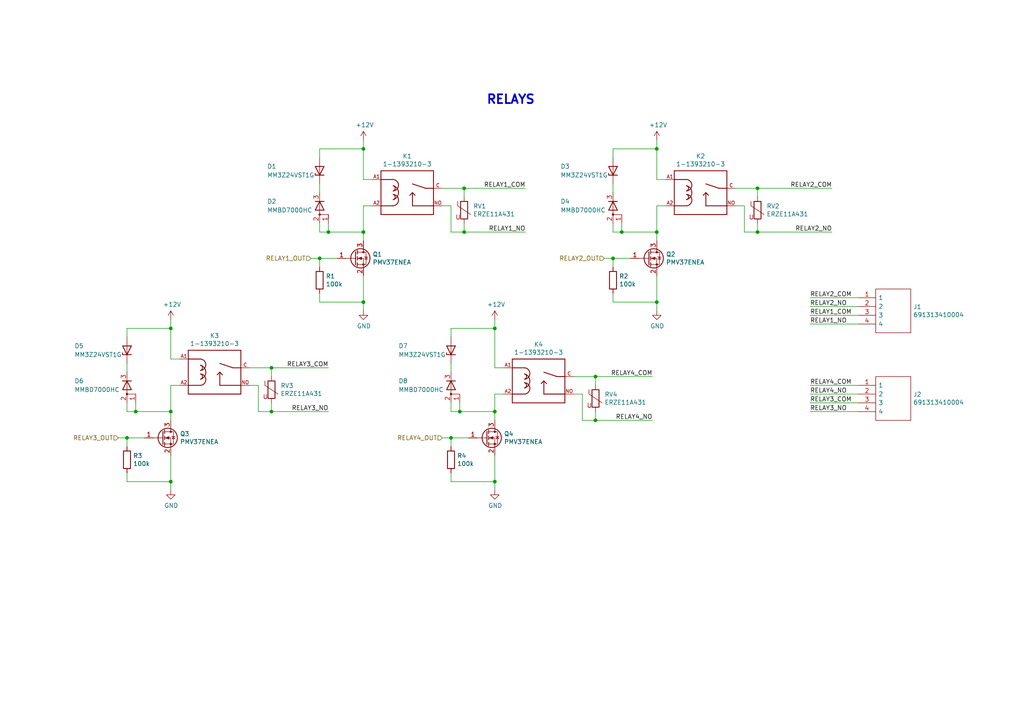
<source format=kicad_sch>
(kicad_sch (version 20211123) (generator eeschema)
  (paper "A4")
  (title_block (title "PRS Relays") (date "2023-02-20") (rev "1.0") (company "Deeply Embedded OÜ") (comment 1 "Designed by: Priit Tänav"))
  (lib_symbols
    (symbol "1-1393210-3:1-1393210-3" (pin_names (offset 1.016) hide)
      (property "Reference" "K" (at -7.6454 5.6134 0))
      (property "Value" "1-1393210-3" (at -7.6454 -10.1854 0))
      (symbol "1-1393210-3_0_0"
        (arc (start -4.064 -5.08) (mid -2.5351 -3.429) (end -4.064 -1.778) (stroke (width 0.254)))
        (arc (start -4.064 -3.302) (mid -3.497 -2.54) (end -4.064 -1.778) (stroke (width 0.254)))
        (arc (start -4.064 -3.302) (mid -2.5339 -1.27) (end -4.064 0.762) (stroke (width 0.254)))
        (arc (start -4.064 -0.762) (mid -3.497 0) (end -4.064 0.762) (stroke (width 0.254)))
        (arc (start -4.064 -0.762) (mid -2.5351 0.889) (end -4.064 2.54) (stroke (width 0.254)))
        (polyline (pts (xy -7.62 -7.62) (xy -7.62 -5.08)) (stroke (width 0.254)))
        (polyline (pts (xy -7.62 -5.08) (xy -7.62 2.54)) (stroke (width 0.254)))
        (polyline (pts (xy -7.62 -5.08) (xy -4.064 -5.08)) (stroke (width 0.254)))
        (polyline (pts (xy -7.62 2.54) (xy -7.62 5.08)) (stroke (width 0.254)))
        (polyline (pts (xy -7.62 2.54) (xy -4.064 2.54)) (stroke (width 0.254)))
        (polyline (pts (xy -7.62 5.08) (xy 7.62 5.08)) (stroke (width 0.254)))
        (polyline (pts (xy 1.524 -5.08) (xy 1.524 -1.27)) (stroke (width 0.254)))
        (polyline (pts (xy 1.524 -1.27) (xy 0.762 -2.032)) (stroke (width 0.254)))
        (polyline (pts (xy 1.524 -1.27) (xy 2.286 -2.032)) (stroke (width 0.254)))
        (polyline (pts (xy 5.334 0) (xy 1.524 1.27)) (stroke (width 0.254)))
        (polyline (pts (xy 7.62 -7.62) (xy -7.62 -7.62)) (stroke (width 0.254)))
        (polyline (pts (xy 7.62 -5.08) (xy 1.524 -5.08)) (stroke (width 0.254)))
        (polyline (pts (xy 7.62 -5.08) (xy 7.62 -7.62)) (stroke (width 0.254)))
        (polyline (pts (xy 7.62 0) (xy 5.334 0)) (stroke (width 0.254)))
        (polyline (pts (xy 7.62 0) (xy 7.62 -5.08)) (stroke (width 0.254)))
        (polyline (pts (xy 7.62 5.08) (xy 7.62 0)) (stroke (width 0.254)))
        (pin passive line (at -10.16 2.54 0) (length 2.54) (name "~") (number "A1"))
        (pin passive line (at -10.16 -5.08 0) (length 2.54) (name "~") (number "A2"))
        (pin passive line (at 10.16 0 180) (length 2.54) (name "~") (number "C"))
        (pin passive line (at 10.16 -5.08 180) (length 2.54) (name "~") (number "NO"))
      )
    )
    (symbol "691313410004:691313410004" (pin_names (offset 0.762))
      (property "Reference" "J" (at 16.51 7.62 0))
      (property "Value" "691313410004" (at 16.51 5.08 0))
      (symbol "691313410004_0_0"
        (pin passive line (at 0 0 0) (length 5.08) (name "1") (number "1"))
        (pin passive line (at 0 -2.54 0) (length 5.08) (name "2") (number "2"))
        (pin passive line (at 0 -5.08 0) (length 5.08) (name "3") (number "3"))
        (pin passive line (at 0 -7.62 0) (length 5.08) (name "4") (number "4"))
      )
      (symbol "691313410004_0_1"
        (polyline (pts (xy 5.08 2.54) (xy 15.24 2.54) (xy 15.24 -10.16) (xy 5.08 -10.16) (xy 5.08 2.54)) (stroke (width 0.1524)))
      )
    )
    (symbol "Device:D_AAK" (pin_names (offset 0) hide)
      (property "Reference" "D" (at 0 2.54 0))
      (property "Value" "D_AAK" (at 0 -2.54 0))
      (symbol "D_AAK_0_1"
        (polyline (pts (xy -1.27 1.27) (xy -1.27 -1.27)) (stroke (width 0.254)))
        (polyline (pts (xy 1.27 1.27) (xy 1.27 -1.27) (xy -1.27 0) (xy 1.27 1.27)) (stroke (width 0.254)))
        (polyline (pts (xy 3.81 2.54) (xy 2.54 2.54) (xy 2.54 0) (xy -1.27 0)))
        (circle (center 2.54 0) (radius 0.254) (fill (type outline)))
      )
      (symbol "D_AAK_1_1"
        (pin passive line (at 5.08 2.54 180) (length 2.54) (name "A") (number "1"))
        (pin passive line (at 5.08 0 180) (length 2.54) (name "A") (number "2"))
        (pin passive line (at -3.81 0 0) (length 2.54) (name "K") (number "3"))
      )
    )
    (symbol "Device:D_Zener" (pin_numbers hide) (pin_names (offset 1.016) hide)
      (property "Reference" "D" (at 0 2.54 0))
      (property "Value" "D_Zener" (at 0 -2.54 0))
      (symbol "D_Zener_0_1"
        (polyline (pts (xy 1.27 0) (xy -1.27 0)))
        (polyline (pts (xy -1.27 -1.27) (xy -1.27 1.27) (xy -0.762 1.27)) (stroke (width 0.254)))
        (polyline (pts (xy 1.27 -1.27) (xy 1.27 1.27) (xy -1.27 0) (xy 1.27 -1.27)) (stroke (width 0.254)))
      )
      (symbol "D_Zener_1_1"
        (pin passive line (at -3.81 0 0) (length 2.54) (name "K") (number "1"))
        (pin passive line (at 3.81 0 180) (length 2.54) (name "A") (number "2"))
      )
    )
    (symbol "Device:Q_NMOS_GSD" (pin_names (offset 0) hide)
      (property "Reference" "Q" (at 5.08 1.27 0))
      (property "Value" "Q_NMOS_GSD" (at 5.08 -1.27 0))
      (symbol "Q_NMOS_GSD_0_1"
        (polyline (pts (xy 0.254 0) (xy -2.54 0)))
        (polyline (pts (xy 0.254 1.905) (xy 0.254 -1.905)) (stroke (width 0.254)))
        (polyline (pts (xy 0.762 -1.27) (xy 0.762 -2.286)) (stroke (width 0.254)))
        (polyline (pts (xy 0.762 0.508) (xy 0.762 -0.508)) (stroke (width 0.254)))
        (polyline (pts (xy 0.762 2.286) (xy 0.762 1.27)) (stroke (width 0.254)))
        (polyline (pts (xy 2.54 2.54) (xy 2.54 1.778)))
        (polyline (pts (xy 2.54 -2.54) (xy 2.54 0) (xy 0.762 0)))
        (polyline (pts (xy 0.762 -1.778) (xy 3.302 -1.778) (xy 3.302 1.778) (xy 0.762 1.778)))
        (polyline (pts (xy 1.016 0) (xy 2.032 0.381) (xy 2.032 -0.381) (xy 1.016 0)) (fill (type outline)))
        (polyline (pts (xy 2.794 0.508) (xy 2.921 0.381) (xy 3.683 0.381) (xy 3.81 0.254)))
        (polyline (pts (xy 3.302 0.381) (xy 2.921 -0.254) (xy 3.683 -0.254) (xy 3.302 0.381)))
        (circle (center 1.651 0) (radius 2.794) (stroke (width 0.254)))
        (circle (center 2.54 -1.778) (radius 0.254) (fill (type outline)))
        (circle (center 2.54 1.778) (radius 0.254) (fill (type outline)))
      )
      (symbol "Q_NMOS_GSD_1_1"
        (pin input line (at -5.08 0 0) (length 2.54) (name "G") (number "1"))
        (pin passive line (at 2.54 -5.08 90) (length 2.54) (name "S") (number "2"))
        (pin passive line (at 2.54 5.08 270) (length 2.54) (name "D") (number "3"))
      )
    )
    (symbol "Device:R" (pin_numbers hide) (pin_names (offset 0))
      (property "Reference" "R" (at 2.032 0 90))
      (property "Value" "R" (at 0 0 90))
      (symbol "R_0_1"
        (rectangle (start -1.016 -2.54) (end 1.016 2.54) (stroke (width 0.254)))
      )
      (symbol "R_1_1"
        (pin passive line (at 0 3.81 270) (length 1.27) (name "~") (number "1"))
        (pin passive line (at 0 -3.81 90) (length 1.27) (name "~") (number "2"))
      )
    )
    (symbol "Device:Varistor" (pin_numbers hide) (pin_names (offset 0))
      (property "Reference" "RV" (at 3.175 0 90))
      (property "Value" "Varistor" (at -3.175 0 90))
      (symbol "Varistor_0_0"
        (text "U" (at -1.778 -2.032 0) (effects (font (size 1.27 1.27))))
      )
      (symbol "Varistor_0_1"
        (rectangle (start -1.016 -2.54) (end 1.016 2.54) (stroke (width 0.254)))
        (polyline (pts (xy -1.905 2.54) (xy -1.905 1.27) (xy 1.905 -1.27)))
      )
      (symbol "Varistor_1_1"
        (pin passive line (at 0 3.81 270) (length 1.27) (name "~") (number "1"))
        (pin passive line (at 0 -3.81 90) (length 1.27) (name "~") (number "2"))
      )
    )
    (symbol "power:+12V" (power) (pin_names (offset 0))
      (property "Value" "+12V" (at 0 3.556 0))
      (symbol "+12V_0_1"
        (polyline (pts (xy -0.762 1.27) (xy 0 2.54)))
        (polyline (pts (xy 0 0) (xy 0 2.54)))
        (polyline (pts (xy 0 2.54) (xy 0.762 1.27)))
      )
      (symbol "+12V_1_1"
        (pin power_in line (at 0 0 90) (length 0) hide (name "+12V") (number "1"))
      )
    )
    (symbol "power:GND" (power) (pin_names (offset 0))
      (property "Value" "GND" (at 0 -3.81 0))
      (symbol "GND_0_1"
        (polyline (pts (xy 0 0) (xy 0 -1.27) (xy 1.27 -1.27) (xy 0 -2.54) (xy -1.27 -1.27) (xy 0 -1.27)))
      )
      (symbol "GND_1_1"
        (pin power_in line (at 0 0 270) (length 0) hide (name "GND") (number "1"))
      )
    )
  )
  (junction (at 219.71 67.31))
  (junction (at 177.8 74.93))
  (junction (at 190.5 87.63))
  (junction (at 143.51 139.7))
  (junction (at 180.34 67.31))
  (junction (at 130.81 127))
  (junction (at 49.53 95.25))
  (junction (at 134.62 54.61))
  (junction (at 49.53 139.7))
  (junction (at 134.62 67.31))
  (junction (at 219.71 54.61))
  (junction (at 78.74 106.68))
  (junction (at 92.71 74.93))
  (junction (at 95.25 67.31))
  (junction (at 105.41 43.18))
  (junction (at 172.72 121.92))
  (junction (at 105.41 67.31))
  (junction (at 190.5 67.31))
  (junction (at 143.51 95.25))
  (junction (at 49.53 119.38))
  (junction (at 143.51 119.38))
  (junction (at 36.83 127))
  (junction (at 78.74 119.38))
  (junction (at 190.5 43.18))
  (junction (at 172.72 109.22))
  (junction (at 39.37 119.38))
  (junction (at 105.41 87.63))
  (junction (at 133.35 119.38))
  (wire (pts (xy 177.8 87.63) (xy 190.5 87.63)))
  (wire (pts (xy 36.83 95.25) (xy 49.53 95.25)))
  (wire (pts (xy 49.53 111.76) (xy 52.07 111.76)))
  (wire (pts (xy 130.81 95.25) (xy 143.51 95.25)))
  (wire (pts (xy 248.92 91.44) (xy 234.95 91.44)))
  (wire (pts (xy 143.51 119.38) (xy 133.35 119.38)))
  (wire (pts (xy 177.8 74.93) (xy 175.26 74.93)))
  (wire (pts (xy 177.8 55.88) (xy 177.8 53.34)))
  (wire (pts (xy 190.5 52.07) (xy 193.04 52.07)))
  (wire (pts (xy 190.5 59.69) (xy 190.5 67.31)))
  (wire (pts (xy 143.51 95.25) (xy 143.51 92.71)))
  (wire (pts (xy 72.39 111.76) (xy 74.93 111.76)))
  (wire (pts (xy 36.83 139.7) (xy 49.53 139.7)))
  (wire (pts (xy 130.81 67.31) (xy 130.81 59.69)))
  (wire (pts (xy 36.83 107.95) (xy 36.83 105.41)))
  (wire (pts (xy 133.35 116.84) (xy 133.35 119.38)))
  (wire (pts (xy 219.71 67.31) (xy 219.71 64.77)))
  (wire (pts (xy 74.93 111.76) (xy 74.93 119.38)))
  (wire (pts (xy 215.9 67.31) (xy 219.71 67.31)))
  (wire (pts (xy 177.8 43.18) (xy 177.8 45.72)))
  (wire (pts (xy 234.95 116.84) (xy 248.92 116.84)))
  (wire (pts (xy 177.8 67.31) (xy 180.34 67.31)))
  (wire (pts (xy 234.95 88.9) (xy 248.92 88.9)))
  (wire (pts (xy 36.83 95.25) (xy 36.83 97.79)))
  (wire (pts (xy 130.81 127) (xy 130.81 129.54)))
  (wire (pts (xy 105.41 40.64) (xy 105.41 43.18)))
  (wire (pts (xy 134.62 64.77) (xy 134.62 67.31)))
  (wire (pts (xy 172.72 109.22) (xy 172.72 111.76)))
  (wire (pts (xy 143.51 106.68) (xy 146.05 106.68)))
  (wire (pts (xy 92.71 67.31) (xy 92.71 64.77)))
  (wire (pts (xy 177.8 43.18) (xy 190.5 43.18)))
  (wire (pts (xy 219.71 54.61) (xy 213.36 54.61)))
  (wire (pts (xy 36.83 127) (xy 36.83 129.54)))
  (wire (pts (xy 172.72 121.92) (xy 172.72 119.38)))
  (wire (pts (xy 134.62 57.15) (xy 134.62 54.61)))
  (wire (pts (xy 190.5 43.18) (xy 190.5 40.64)))
  (wire (pts (xy 172.72 121.92) (xy 189.23 121.92)))
  (wire (pts (xy 105.41 67.31) (xy 105.41 69.85)))
  (wire (pts (xy 92.71 55.88) (xy 92.71 53.34)))
  (wire (pts (xy 219.71 54.61) (xy 241.3 54.61)))
  (wire (pts (xy 172.72 109.22) (xy 189.23 109.22)))
  (wire (pts (xy 95.25 67.31) (xy 92.71 67.31)))
  (wire (pts (xy 219.71 57.15) (xy 219.71 54.61)))
  (wire (pts (xy 130.81 95.25) (xy 130.81 97.79)))
  (wire (pts (xy 39.37 116.84) (xy 39.37 119.38)))
  (wire (pts (xy 190.5 87.63) (xy 190.5 90.17)))
  (wire (pts (xy 78.74 106.68) (xy 95.25 106.68)))
  (wire (pts (xy 97.79 74.93) (xy 92.71 74.93)))
  (wire (pts (xy 234.95 114.3) (xy 248.92 114.3)))
  (wire (pts (xy 143.51 132.08) (xy 143.51 139.7)))
  (wire (pts (xy 177.8 74.93) (xy 177.8 77.47)))
  (wire (pts (xy 143.51 95.25) (xy 143.51 106.68)))
  (wire (pts (xy 177.8 67.31) (xy 177.8 64.77)))
  (wire (pts (xy 92.71 43.18) (xy 92.71 45.72)))
  (wire (pts (xy 49.53 111.76) (xy 49.53 119.38)))
  (wire (pts (xy 130.81 119.38) (xy 130.81 116.84)))
  (wire (pts (xy 248.92 93.98) (xy 234.95 93.98)))
  (wire (pts (xy 168.91 121.92) (xy 172.72 121.92)))
  (wire (pts (xy 133.35 119.38) (xy 130.81 119.38)))
  (wire (pts (xy 105.41 80.01) (xy 105.41 87.63)))
  (wire (pts (xy 143.51 114.3) (xy 146.05 114.3)))
  (wire (pts (xy 180.34 64.77) (xy 180.34 67.31)))
  (wire (pts (xy 49.53 95.25) (xy 49.53 92.71)))
  (wire (pts (xy 128.27 127) (xy 130.81 127)))
  (wire (pts (xy 92.71 87.63) (xy 105.41 87.63)))
  (wire (pts (xy 49.53 139.7) (xy 49.53 142.24)))
  (wire (pts (xy 234.95 119.38) (xy 248.92 119.38)))
  (wire (pts (xy 190.5 43.18) (xy 190.5 52.07)))
  (wire (pts (xy 177.8 85.09) (xy 177.8 87.63)))
  (wire (pts (xy 49.53 132.08) (xy 49.53 139.7)))
  (wire (pts (xy 190.5 87.63) (xy 190.5 80.01)))
  (wire (pts (xy 105.41 67.31) (xy 95.25 67.31)))
  (wire (pts (xy 78.74 119.38) (xy 95.25 119.38)))
  (wire (pts (xy 72.39 106.68) (xy 78.74 106.68)))
  (wire (pts (xy 130.81 139.7) (xy 143.51 139.7)))
  (wire (pts (xy 130.81 67.31) (xy 134.62 67.31)))
  (wire (pts (xy 143.51 114.3) (xy 143.51 119.38)))
  (wire (pts (xy 49.53 119.38) (xy 39.37 119.38)))
  (wire (pts (xy 78.74 119.38) (xy 78.74 116.84)))
  (wire (pts (xy 128.27 54.61) (xy 134.62 54.61)))
  (wire (pts (xy 36.83 119.38) (xy 36.83 116.84)))
  (wire (pts (xy 134.62 54.61) (xy 152.4 54.61)))
  (wire (pts (xy 234.95 111.76) (xy 248.92 111.76)))
  (wire (pts (xy 39.37 119.38) (xy 36.83 119.38)))
  (wire (pts (xy 143.51 139.7) (xy 143.51 142.24)))
  (wire (pts (xy 190.5 67.31) (xy 190.5 69.85)))
  (wire (pts (xy 166.37 114.3) (xy 168.91 114.3)))
  (wire (pts (xy 180.34 67.31) (xy 190.5 67.31)))
  (wire (pts (xy 105.41 52.07) (xy 105.41 43.18)))
  (wire (pts (xy 92.71 85.09) (xy 92.71 87.63)))
  (wire (pts (xy 213.36 59.69) (xy 215.9 59.69)))
  (wire (pts (xy 135.89 127) (xy 130.81 127)))
  (wire (pts (xy 143.51 119.38) (xy 143.51 121.92)))
  (wire (pts (xy 130.81 59.69) (xy 128.27 59.69)))
  (wire (pts (xy 105.41 59.69) (xy 105.41 67.31)))
  (wire (pts (xy 234.95 86.36) (xy 248.92 86.36)))
  (wire (pts (xy 74.93 119.38) (xy 78.74 119.38)))
  (wire (pts (xy 41.91 127) (xy 36.83 127)))
  (wire (pts (xy 95.25 64.77) (xy 95.25 67.31)))
  (wire (pts (xy 134.62 67.31) (xy 152.4 67.31)))
  (wire (pts (xy 36.83 137.16) (xy 36.83 139.7)))
  (wire (pts (xy 168.91 114.3) (xy 168.91 121.92)))
  (wire (pts (xy 166.37 109.22) (xy 172.72 109.22)))
  (wire (pts (xy 92.71 74.93) (xy 90.17 74.93)))
  (wire (pts (xy 219.71 67.31) (xy 241.3 67.31)))
  (wire (pts (xy 49.53 121.92) (xy 49.53 119.38)))
  (wire (pts (xy 49.53 95.25) (xy 49.53 104.14)))
  (wire (pts (xy 78.74 106.68) (xy 78.74 109.22)))
  (wire (pts (xy 107.95 52.07) (xy 105.41 52.07)))
  (wire (pts (xy 49.53 104.14) (xy 52.07 104.14)))
  (wire (pts (xy 105.41 87.63) (xy 105.41 90.17)))
  (wire (pts (xy 215.9 59.69) (xy 215.9 67.31)))
  (wire (pts (xy 34.29 127) (xy 36.83 127)))
  (wire (pts (xy 107.95 59.69) (xy 105.41 59.69)))
  (wire (pts (xy 92.71 43.18) (xy 105.41 43.18)))
  (wire (pts (xy 130.81 107.95) (xy 130.81 105.41)))
  (wire (pts (xy 130.81 137.16) (xy 130.81 139.7)))
  (wire (pts (xy 190.5 59.69) (xy 193.04 59.69)))
  (wire (pts (xy 92.71 74.93) (xy 92.71 77.47)))
  (wire (pts (xy 177.8 74.93) (xy 182.88 74.93)))
  (text "RELAYS" (at 140.97 30.48 0) (effects (font (size 2.54 2.54) (thickness 0.508) bold) (justify left bottom)))
  (label "RELAY2_COM" (at 234.95 86.36 0))
  (label "RELAY4_NO" (at 234.95 114.3 0))
  (label "RELAY4_NO" (at 189.23 121.92 180))
  (label "RELAY1_NO" (at 234.95 93.98 0))
  (label "RELAY3_NO" (at 95.25 119.38 180))
  (label "RELAY3_NO" (at 234.95 119.38 0))
  (label "RELAY3_COM" (at 95.25 106.68 180))
  (label "RELAY4_COM" (at 189.23 109.22 180))
  (label "RELAY4_COM" (at 234.95 111.76 0))
  (label "RELAY1_COM" (at 152.4 54.61 180))
  (label "RELAY1_NO" (at 152.4 67.31 180))
  (label "RELAY2_NO" (at 241.3 67.31 180))
  (label "RELAY2_NO" (at 234.95 88.9 0))
  (label "RELAY1_COM" (at 234.95 91.44 0))
  (label "RELAY2_COM" (at 241.3 54.61 180))
  (label "RELAY3_COM" (at 234.95 116.84 0))
  (hierarchical_label "RELAY2_OUT" (shape input) (at 175.26 74.93 180))
  (hierarchical_label "RELAY4_OUT" (shape input) (at 128.27 127 180))
  (hierarchical_label "RELAY3_OUT" (shape input) (at 34.29 127 180))
  (hierarchical_label "RELAY1_OUT" (shape input) (at 90.17 74.93 180))
  (symbol (lib_id "Device:Q_NMOS_GSD") (at 140.97 127 0) (unit 1)
    (property "Reference" "Q4" (at 146.177 125.8316 0) (effects (justify left)))
    (property "Value" "PMV37ENEA" (at 146.177 128.143 0) (effects (justify left)))
    (property "Footprint" "Package_TO_SOT_SMD:SOT-23_Handsoldering" (effects hide))
  )
  (symbol (lib_id "Device:Q_NMOS_GSD") (at 46.99 127 0) (unit 1)
    (property "Reference" "Q3" (at 52.197 125.8316 0) (effects (justify left)))
    (property "Value" "PMV37ENEA" (at 52.197 128.143 0) (effects (justify left)))
    (property "Footprint" "Package_TO_SOT_SMD:SOT-23_Handsoldering" (effects hide))
  )
  (symbol (lib_id "Device:Q_NMOS_GSD") (at 102.87 74.93 0) (unit 1)
    (property "Reference" "Q1" (at 108.077 73.7616 0) (effects (justify left)))
    (property "Value" "PMV37ENEA" (at 108.077 76.073 0) (effects (justify left)))
    (property "Footprint" "Package_TO_SOT_SMD:SOT-23_Handsoldering" (effects hide))
  )
  (symbol (lib_id "Device:Q_NMOS_GSD") (at 187.96 74.93 0) (unit 1)
    (property "Reference" "Q2" (at 193.167 73.7616 0) (effects (justify left)))
    (property "Value" "PMV37ENEA" (at 193.167 76.073 0) (effects (justify left)))
    (property "Footprint" "Package_TO_SOT_SMD:SOT-23_Handsoldering" (effects hide))
  )
  (symbol (lib_id "Device:R") (at 177.8 81.28 0) (unit 1)
    (property "Reference" "R2" (at 179.578 80.1116 0) (effects (justify left)))
    (property "Value" "100k" (at 179.578 82.423 0) (effects (justify left)))
    (property "Footprint" "Resistor_SMD:R_0603_1608Metric_Pad0.98x0.95mm_HandSolder" (effects hide))
    (property "Description" "RES 100k 5% 100mW 0603" (effects hide))
  )
  (symbol (lib_id "power:GND") (at 190.5 90.17 0) (unit 1)
    (property "Reference" "#PWR08" (effects hide))
    (property "Value" "GND" (at 190.627 94.5642 0))
  )
  (symbol (lib_id "Device:R") (at 130.81 133.35 0) (unit 1)
    (property "Reference" "R4" (at 132.588 132.1816 0) (effects (justify left)))
    (property "Value" "100k" (at 132.588 134.493 0) (effects (justify left)))
    (property "Footprint" "Resistor_SMD:R_0603_1608Metric_Pad0.98x0.95mm_HandSolder" (effects hide))
    (property "Description" "RES 100k 5% 100mW 0603" (effects hide))
  )
  (symbol (lib_id "Device:R") (at 92.71 81.28 0) (unit 1)
    (property "Reference" "R1" (at 94.488 80.1116 0) (effects (justify left)))
    (property "Value" "100k" (at 94.488 82.423 0) (effects (justify left)))
    (property "Footprint" "Resistor_SMD:R_0603_1608Metric_Pad0.98x0.95mm_HandSolder" (effects hide))
    (property "Description" "RES 100k 5% 100mW 0603" (effects hide))
  )
  (symbol (lib_id "Device:R") (at 36.83 133.35 0) (unit 1)
    (property "Reference" "R3" (at 38.608 132.1816 0) (effects (justify left)))
    (property "Value" "100k" (at 38.608 134.493 0) (effects (justify left)))
    (property "Footprint" "Resistor_SMD:R_0603_1608Metric_Pad0.98x0.95mm_HandSolder" (effects hide))
    (property "Description" "RES 100k 5% 100mW 0603" (effects hide))
  )
  (symbol (lib_id "power:GND") (at 143.51 142.24 0) (unit 1)
    (property "Reference" "#PWR06" (effects hide))
    (property "Value" "GND" (at 143.637 146.6342 0))
  )
  (symbol (lib_id "power:GND") (at 49.53 142.24 0) (unit 1)
    (property "Reference" "#PWR02" (effects hide))
    (property "Value" "GND" (at 49.657 146.6342 0))
  )
  (symbol (lib_id "power:GND") (at 105.41 90.17 0) (unit 1)
    (property "Reference" "#PWR04" (effects hide))
    (property "Value" "GND" (at 105.537 94.5642 0))
  )
  (symbol (lib_id "Device:D_AAK") (at 177.8 59.69 270) (unit 1)
    (property "Reference" "D4" (at 162.56 58.42 90) (effects (justify left)))
    (property "Value" "MMBD7000HC" (at 162.56 60.96 90) (effects (justify left)))
    (property "Footprint" "Package_TO_SOT_SMD:SOT-23_Handsoldering" (effects hide))
  )
  (symbol (lib_id "Device:D_AAK") (at 92.71 59.69 270) (unit 1)
    (property "Reference" "D2" (at 77.47 58.42 90) (effects (justify left)))
    (property "Value" "MMBD7000HC" (at 77.47 60.96 90) (effects (justify left)))
    (property "Footprint" "Package_TO_SOT_SMD:SOT-23_Handsoldering" (effects hide))
  )
  (symbol (lib_id "Device:D_AAK") (at 130.81 111.76 270) (unit 1)
    (property "Reference" "D8" (at 115.57 110.49 90) (effects (justify left)))
    (property "Value" "MMBD7000HC" (at 115.57 113.03 90) (effects (justify left)))
    (property "Footprint" "Package_TO_SOT_SMD:SOT-23_Handsoldering" (effects hide))
  )
  (symbol (lib_id "Device:D_AAK") (at 36.83 111.76 270) (unit 1)
    (property "Reference" "D6" (at 21.59 110.49 90) (effects (justify left)))
    (property "Value" "MMBD7000HC" (at 21.59 113.03 90) (effects (justify left)))
    (property "Footprint" "Package_TO_SOT_SMD:SOT-23_Handsoldering" (effects hide))
  )
  (symbol (lib_id "Device:D_Zener") (at 177.8 49.53 90) (unit 1)
    (property "Reference" "D3" (at 162.56 48.26 90) (effects (justify right)))
    (property "Value" "MM3Z24VST1G" (at 162.56 50.8 90) (effects (justify right)))
    (property "Footprint" "Diode_SMD:D_SOD-323" (effects hide))
  )
  (symbol (lib_id "Device:D_Zener") (at 130.81 101.6 90) (unit 1)
    (property "Reference" "D7" (at 115.57 100.33 90) (effects (justify right)))
    (property "Value" "MM3Z24VST1G" (at 115.57 102.87 90) (effects (justify right)))
    (property "Footprint" "Diode_SMD:D_SOD-323" (effects hide))
  )
  (symbol (lib_id "Device:D_Zener") (at 92.71 49.53 90) (unit 1)
    (property "Reference" "D1" (at 77.47 48.26 90) (effects (justify right)))
    (property "Value" "MM3Z24VST1G" (at 77.47 50.8 90) (effects (justify right)))
    (property "Footprint" "Diode_SMD:D_SOD-323" (effects hide))
  )
  (symbol (lib_id "Device:D_Zener") (at 36.83 101.6 90) (unit 1)
    (property "Reference" "D5" (at 21.59 100.33 90) (effects (justify right)))
    (property "Value" "MM3Z24VST1G" (at 21.59 102.87 90) (effects (justify right)))
    (property "Footprint" "Diode_SMD:D_SOD-323" (effects hide))
  )
  (symbol (lib_id "691313410004:691313410004") (at 248.92 86.36 0) (unit 1)
    (property "Reference" "J1" (at 264.8712 89.0016 0) (effects (justify left)))
    (property "Value" "691313410004" (at 264.8712 91.313 0) (effects (justify left)))
    (property "Footprint" "691313410004:691313410004" (effects hide))
    (property "Datasheet" "http://uk.rs-online.com/web/p/products/1725260" (effects hide))
    (property "Description" "WR-TBL Terminal block - serie 3134" (effects hide))
    (property "Height" "8.7" (effects hide))
    (property "Manufacturer_Name" "Wurth Elektronik" (effects hide))
    (property "Manufacturer_Part_Number" "691313410004" (effects hide))
    (property "Mouser Part Number" "710-691313410004" (effects hide))
    (property "Mouser Price/Stock" "https://www.mouser.co.uk/ProductDetail/Wurth-Elektronik/691313410004?qs=E2PpAYvlWVthY%252BgqnT90lw%3D%3D" (effects hide))
  )
  (symbol (lib_id "691313410004:691313410004") (at 248.92 111.76 0) (unit 1)
    (property "Reference" "J2" (at 264.8712 114.4016 0) (effects (justify left)))
    (property "Value" "691313410004" (at 264.8712 116.713 0) (effects (justify left)))
    (property "Footprint" "691313410004:691313410004" (effects hide))
    (property "Datasheet" "http://uk.rs-online.com/web/p/products/1725260" (effects hide))
    (property "Description" "WR-TBL Terminal block - serie 3134" (effects hide))
    (property "Height" "8.7" (effects hide))
    (property "Manufacturer_Name" "Wurth Elektronik" (effects hide))
    (property "Manufacturer_Part_Number" "691313410004" (effects hide))
    (property "Mouser Part Number" "710-691313410004" (effects hide))
    (property "Mouser Price/Stock" "https://www.mouser.co.uk/ProductDetail/Wurth-Elektronik/691313410004?qs=E2PpAYvlWVthY%252BgqnT90lw%3D%3D" (effects hide))
  )
  (symbol (lib_id "1-1393210-3:1-1393210-3") (at 203.2 54.61 0) (unit 1)
    (property "Reference" "K2" (at 203.2 45.2882 0))
    (property "Value" "1-1393210-3" (at 203.2 47.5996 0))
    (property "Footprint" "T9AS1D12-12:TE_1-1393210-3" (effects hide))
    (property "Comment" "1-1393210-3" (effects hide))
  )
  (symbol (lib_id "1-1393210-3:1-1393210-3") (at 118.11 54.61 0) (unit 1)
    (property "Reference" "K1" (at 118.11 45.2882 0))
    (property "Value" "1-1393210-3" (at 118.11 47.5996 0))
    (property "Footprint" "T9AS1D12-12:TE_1-1393210-3" (effects hide))
    (property "Comment" "1-1393210-3" (effects hide))
  )
  (symbol (lib_id "1-1393210-3:1-1393210-3") (at 156.21 109.22 0) (unit 1)
    (property "Reference" "K4" (at 156.21 99.8982 0))
    (property "Value" "1-1393210-3" (at 156.21 102.2096 0))
    (property "Footprint" "T9AS1D12-12:TE_1-1393210-3" (effects hide))
    (property "Comment" "1-1393210-3" (effects hide))
  )
  (symbol (lib_id "1-1393210-3:1-1393210-3") (at 62.23 106.68 0) (unit 1)
    (property "Reference" "K3" (at 62.23 97.3582 0))
    (property "Value" "1-1393210-3" (at 62.23 99.6696 0))
    (property "Footprint" "T9AS1D12-12:TE_1-1393210-3" (effects hide))
    (property "Comment" "1-1393210-3" (effects hide))
  )
  (symbol (lib_id "power:+12V") (at 105.41 40.64 0) (unit 1)
    (property "Reference" "#PWR03" (effects hide))
    (property "Value" "+12V" (at 105.791 36.2458 0))
  )
  (symbol (lib_id "power:+12V") (at 49.53 92.71 0) (unit 1)
    (property "Reference" "#PWR01" (effects hide))
    (property "Value" "+12V" (at 49.911 88.3158 0))
  )
  (symbol (lib_id "power:+12V") (at 190.5 40.64 0) (unit 1)
    (property "Reference" "#PWR07" (effects hide))
    (property "Value" "+12V" (at 190.881 36.2458 0))
  )
  (symbol (lib_id "power:+12V") (at 143.51 92.71 0) (unit 1)
    (property "Reference" "#PWR05" (effects hide))
    (property "Value" "+12V" (at 143.891 88.3158 0))
  )
  (symbol (lib_id "Device:Varistor") (at 134.62 60.96 0) (unit 1)
    (property "Reference" "RV1" (at 137.2362 59.7916 0) (effects (justify left)))
    (property "Value" "ERZE11A431" (at 137.2362 62.103 0) (effects (justify left)))
    (property "Footprint" "Varistor:RV_Disc_D12mm_W6.3mm_P7.5mm" (effects hide))
  )
  (symbol (lib_id "Device:Varistor") (at 172.72 115.57 0) (unit 1)
    (property "Reference" "RV4" (at 175.3362 114.4016 0) (effects (justify left)))
    (property "Value" "ERZE11A431" (at 175.3362 116.713 0) (effects (justify left)))
    (property "Footprint" "Varistor:RV_Disc_D12mm_W6.3mm_P7.5mm" (effects hide))
  )
  (symbol (lib_id "Device:Varistor") (at 219.71 60.96 0) (unit 1)
    (property "Reference" "RV2" (at 222.3262 59.7916 0) (effects (justify left)))
    (property "Value" "ERZE11A431" (at 222.3262 62.103 0) (effects (justify left)))
    (property "Footprint" "Varistor:RV_Disc_D12mm_W6.3mm_P7.5mm" (effects hide))
  )
  (symbol (lib_id "Device:Varistor") (at 78.74 113.03 0) (unit 1)
    (property "Reference" "RV3" (at 81.3562 111.8616 0) (effects (justify left)))
    (property "Value" "ERZE11A431" (at 81.3562 114.173 0) (effects (justify left)))
    (property "Footprint" "Varistor:RV_Disc_D12mm_W6.3mm_P7.5mm" (effects hide))
  )
)
</source>
